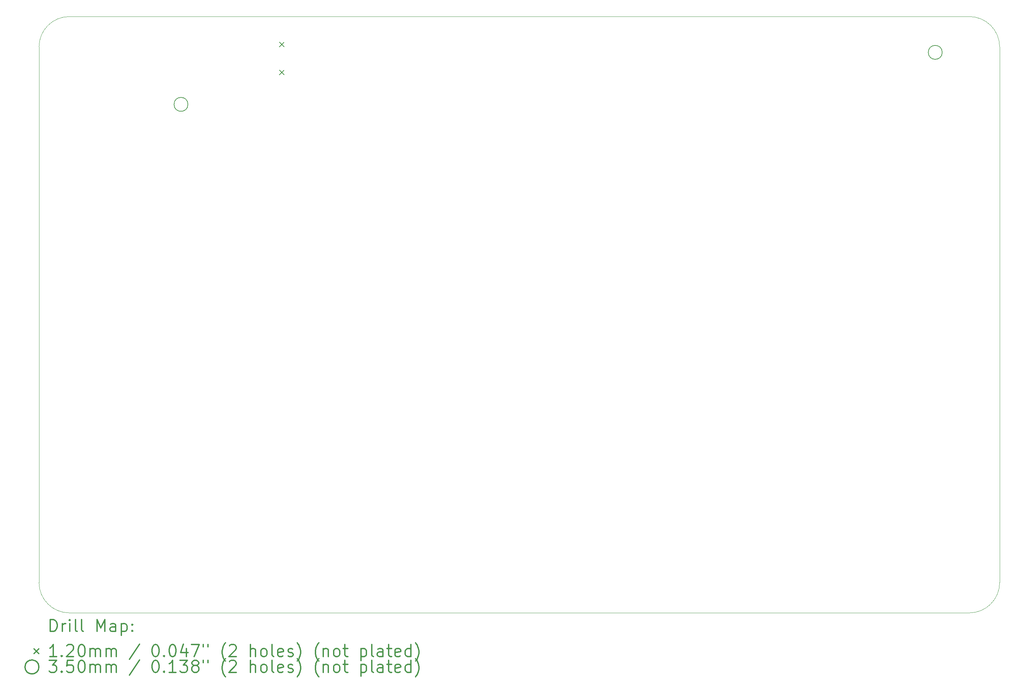
<source format=gbr>
%FSLAX45Y45*%
G04 Gerber Fmt 4.5, Leading zero omitted, Abs format (unit mm)*
G04 Created by KiCad (PCBNEW (5.1.9)-1) date 2023-05-01 09:57:06*
%MOMM*%
%LPD*%
G01*
G04 APERTURE LIST*
%TA.AperFunction,Profile*%
%ADD10C,0.050000*%
%TD*%
%ADD11C,0.200000*%
%ADD12C,0.300000*%
G04 APERTURE END LIST*
D10*
X9160500Y-20421000D02*
X9160500Y-6959000D01*
X32528500Y-21183000D02*
X9922500Y-21183000D01*
X33290500Y-6959000D02*
X33290500Y-20421000D01*
X9922500Y-6197000D02*
X32528500Y-6197000D01*
X9922500Y-21183000D02*
G75*
G02*
X9160500Y-20421000I0J762000D01*
G01*
X33290500Y-20421000D02*
G75*
G02*
X32528500Y-21183000I-762000J0D01*
G01*
X32528500Y-6197000D02*
G75*
G02*
X33290500Y-6959000I0J-762000D01*
G01*
X9160500Y-6959000D02*
G75*
G02*
X9922500Y-6197000I762000J0D01*
G01*
D11*
X15201000Y-6838000D02*
X15321000Y-6958000D01*
X15321000Y-6838000D02*
X15201000Y-6958000D01*
X15201000Y-7538000D02*
X15321000Y-7658000D01*
X15321000Y-7538000D02*
X15201000Y-7658000D01*
X12901500Y-8403500D02*
G75*
G03*
X12901500Y-8403500I-175000J0D01*
G01*
X31847500Y-7096000D02*
G75*
G03*
X31847500Y-7096000I-175000J0D01*
G01*
D12*
X9444428Y-21651214D02*
X9444428Y-21351214D01*
X9515857Y-21351214D01*
X9558714Y-21365500D01*
X9587286Y-21394072D01*
X9601571Y-21422643D01*
X9615857Y-21479786D01*
X9615857Y-21522643D01*
X9601571Y-21579786D01*
X9587286Y-21608357D01*
X9558714Y-21636929D01*
X9515857Y-21651214D01*
X9444428Y-21651214D01*
X9744428Y-21651214D02*
X9744428Y-21451214D01*
X9744428Y-21508357D02*
X9758714Y-21479786D01*
X9773000Y-21465500D01*
X9801571Y-21451214D01*
X9830143Y-21451214D01*
X9930143Y-21651214D02*
X9930143Y-21451214D01*
X9930143Y-21351214D02*
X9915857Y-21365500D01*
X9930143Y-21379786D01*
X9944428Y-21365500D01*
X9930143Y-21351214D01*
X9930143Y-21379786D01*
X10115857Y-21651214D02*
X10087286Y-21636929D01*
X10073000Y-21608357D01*
X10073000Y-21351214D01*
X10273000Y-21651214D02*
X10244428Y-21636929D01*
X10230143Y-21608357D01*
X10230143Y-21351214D01*
X10615857Y-21651214D02*
X10615857Y-21351214D01*
X10715857Y-21565500D01*
X10815857Y-21351214D01*
X10815857Y-21651214D01*
X11087286Y-21651214D02*
X11087286Y-21494072D01*
X11073000Y-21465500D01*
X11044428Y-21451214D01*
X10987286Y-21451214D01*
X10958714Y-21465500D01*
X11087286Y-21636929D02*
X11058714Y-21651214D01*
X10987286Y-21651214D01*
X10958714Y-21636929D01*
X10944428Y-21608357D01*
X10944428Y-21579786D01*
X10958714Y-21551214D01*
X10987286Y-21536929D01*
X11058714Y-21536929D01*
X11087286Y-21522643D01*
X11230143Y-21451214D02*
X11230143Y-21751214D01*
X11230143Y-21465500D02*
X11258714Y-21451214D01*
X11315857Y-21451214D01*
X11344428Y-21465500D01*
X11358714Y-21479786D01*
X11373000Y-21508357D01*
X11373000Y-21594072D01*
X11358714Y-21622643D01*
X11344428Y-21636929D01*
X11315857Y-21651214D01*
X11258714Y-21651214D01*
X11230143Y-21636929D01*
X11501571Y-21622643D02*
X11515857Y-21636929D01*
X11501571Y-21651214D01*
X11487286Y-21636929D01*
X11501571Y-21622643D01*
X11501571Y-21651214D01*
X11501571Y-21465500D02*
X11515857Y-21479786D01*
X11501571Y-21494072D01*
X11487286Y-21479786D01*
X11501571Y-21465500D01*
X11501571Y-21494072D01*
X9038000Y-22085500D02*
X9158000Y-22205500D01*
X9158000Y-22085500D02*
X9038000Y-22205500D01*
X9601571Y-22281214D02*
X9430143Y-22281214D01*
X9515857Y-22281214D02*
X9515857Y-21981214D01*
X9487286Y-22024072D01*
X9458714Y-22052643D01*
X9430143Y-22066929D01*
X9730143Y-22252643D02*
X9744428Y-22266929D01*
X9730143Y-22281214D01*
X9715857Y-22266929D01*
X9730143Y-22252643D01*
X9730143Y-22281214D01*
X9858714Y-22009786D02*
X9873000Y-21995500D01*
X9901571Y-21981214D01*
X9973000Y-21981214D01*
X10001571Y-21995500D01*
X10015857Y-22009786D01*
X10030143Y-22038357D01*
X10030143Y-22066929D01*
X10015857Y-22109786D01*
X9844428Y-22281214D01*
X10030143Y-22281214D01*
X10215857Y-21981214D02*
X10244428Y-21981214D01*
X10273000Y-21995500D01*
X10287286Y-22009786D01*
X10301571Y-22038357D01*
X10315857Y-22095500D01*
X10315857Y-22166929D01*
X10301571Y-22224072D01*
X10287286Y-22252643D01*
X10273000Y-22266929D01*
X10244428Y-22281214D01*
X10215857Y-22281214D01*
X10187286Y-22266929D01*
X10173000Y-22252643D01*
X10158714Y-22224072D01*
X10144428Y-22166929D01*
X10144428Y-22095500D01*
X10158714Y-22038357D01*
X10173000Y-22009786D01*
X10187286Y-21995500D01*
X10215857Y-21981214D01*
X10444428Y-22281214D02*
X10444428Y-22081214D01*
X10444428Y-22109786D02*
X10458714Y-22095500D01*
X10487286Y-22081214D01*
X10530143Y-22081214D01*
X10558714Y-22095500D01*
X10573000Y-22124072D01*
X10573000Y-22281214D01*
X10573000Y-22124072D02*
X10587286Y-22095500D01*
X10615857Y-22081214D01*
X10658714Y-22081214D01*
X10687286Y-22095500D01*
X10701571Y-22124072D01*
X10701571Y-22281214D01*
X10844428Y-22281214D02*
X10844428Y-22081214D01*
X10844428Y-22109786D02*
X10858714Y-22095500D01*
X10887286Y-22081214D01*
X10930143Y-22081214D01*
X10958714Y-22095500D01*
X10973000Y-22124072D01*
X10973000Y-22281214D01*
X10973000Y-22124072D02*
X10987286Y-22095500D01*
X11015857Y-22081214D01*
X11058714Y-22081214D01*
X11087286Y-22095500D01*
X11101571Y-22124072D01*
X11101571Y-22281214D01*
X11687286Y-21966929D02*
X11430143Y-22352643D01*
X12073000Y-21981214D02*
X12101571Y-21981214D01*
X12130143Y-21995500D01*
X12144428Y-22009786D01*
X12158714Y-22038357D01*
X12173000Y-22095500D01*
X12173000Y-22166929D01*
X12158714Y-22224072D01*
X12144428Y-22252643D01*
X12130143Y-22266929D01*
X12101571Y-22281214D01*
X12073000Y-22281214D01*
X12044428Y-22266929D01*
X12030143Y-22252643D01*
X12015857Y-22224072D01*
X12001571Y-22166929D01*
X12001571Y-22095500D01*
X12015857Y-22038357D01*
X12030143Y-22009786D01*
X12044428Y-21995500D01*
X12073000Y-21981214D01*
X12301571Y-22252643D02*
X12315857Y-22266929D01*
X12301571Y-22281214D01*
X12287286Y-22266929D01*
X12301571Y-22252643D01*
X12301571Y-22281214D01*
X12501571Y-21981214D02*
X12530143Y-21981214D01*
X12558714Y-21995500D01*
X12573000Y-22009786D01*
X12587286Y-22038357D01*
X12601571Y-22095500D01*
X12601571Y-22166929D01*
X12587286Y-22224072D01*
X12573000Y-22252643D01*
X12558714Y-22266929D01*
X12530143Y-22281214D01*
X12501571Y-22281214D01*
X12473000Y-22266929D01*
X12458714Y-22252643D01*
X12444428Y-22224072D01*
X12430143Y-22166929D01*
X12430143Y-22095500D01*
X12444428Y-22038357D01*
X12458714Y-22009786D01*
X12473000Y-21995500D01*
X12501571Y-21981214D01*
X12858714Y-22081214D02*
X12858714Y-22281214D01*
X12787286Y-21966929D02*
X12715857Y-22181214D01*
X12901571Y-22181214D01*
X12987286Y-21981214D02*
X13187286Y-21981214D01*
X13058714Y-22281214D01*
X13287286Y-21981214D02*
X13287286Y-22038357D01*
X13401571Y-21981214D02*
X13401571Y-22038357D01*
X13844428Y-22395500D02*
X13830143Y-22381214D01*
X13801571Y-22338357D01*
X13787286Y-22309786D01*
X13773000Y-22266929D01*
X13758714Y-22195500D01*
X13758714Y-22138357D01*
X13773000Y-22066929D01*
X13787286Y-22024072D01*
X13801571Y-21995500D01*
X13830143Y-21952643D01*
X13844428Y-21938357D01*
X13944428Y-22009786D02*
X13958714Y-21995500D01*
X13987286Y-21981214D01*
X14058714Y-21981214D01*
X14087286Y-21995500D01*
X14101571Y-22009786D01*
X14115857Y-22038357D01*
X14115857Y-22066929D01*
X14101571Y-22109786D01*
X13930143Y-22281214D01*
X14115857Y-22281214D01*
X14473000Y-22281214D02*
X14473000Y-21981214D01*
X14601571Y-22281214D02*
X14601571Y-22124072D01*
X14587286Y-22095500D01*
X14558714Y-22081214D01*
X14515857Y-22081214D01*
X14487286Y-22095500D01*
X14473000Y-22109786D01*
X14787286Y-22281214D02*
X14758714Y-22266929D01*
X14744428Y-22252643D01*
X14730143Y-22224072D01*
X14730143Y-22138357D01*
X14744428Y-22109786D01*
X14758714Y-22095500D01*
X14787286Y-22081214D01*
X14830143Y-22081214D01*
X14858714Y-22095500D01*
X14873000Y-22109786D01*
X14887286Y-22138357D01*
X14887286Y-22224072D01*
X14873000Y-22252643D01*
X14858714Y-22266929D01*
X14830143Y-22281214D01*
X14787286Y-22281214D01*
X15058714Y-22281214D02*
X15030143Y-22266929D01*
X15015857Y-22238357D01*
X15015857Y-21981214D01*
X15287286Y-22266929D02*
X15258714Y-22281214D01*
X15201571Y-22281214D01*
X15173000Y-22266929D01*
X15158714Y-22238357D01*
X15158714Y-22124072D01*
X15173000Y-22095500D01*
X15201571Y-22081214D01*
X15258714Y-22081214D01*
X15287286Y-22095500D01*
X15301571Y-22124072D01*
X15301571Y-22152643D01*
X15158714Y-22181214D01*
X15415857Y-22266929D02*
X15444428Y-22281214D01*
X15501571Y-22281214D01*
X15530143Y-22266929D01*
X15544428Y-22238357D01*
X15544428Y-22224072D01*
X15530143Y-22195500D01*
X15501571Y-22181214D01*
X15458714Y-22181214D01*
X15430143Y-22166929D01*
X15415857Y-22138357D01*
X15415857Y-22124072D01*
X15430143Y-22095500D01*
X15458714Y-22081214D01*
X15501571Y-22081214D01*
X15530143Y-22095500D01*
X15644428Y-22395500D02*
X15658714Y-22381214D01*
X15687286Y-22338357D01*
X15701571Y-22309786D01*
X15715857Y-22266929D01*
X15730143Y-22195500D01*
X15730143Y-22138357D01*
X15715857Y-22066929D01*
X15701571Y-22024072D01*
X15687286Y-21995500D01*
X15658714Y-21952643D01*
X15644428Y-21938357D01*
X16187286Y-22395500D02*
X16173000Y-22381214D01*
X16144428Y-22338357D01*
X16130143Y-22309786D01*
X16115857Y-22266929D01*
X16101571Y-22195500D01*
X16101571Y-22138357D01*
X16115857Y-22066929D01*
X16130143Y-22024072D01*
X16144428Y-21995500D01*
X16173000Y-21952643D01*
X16187286Y-21938357D01*
X16301571Y-22081214D02*
X16301571Y-22281214D01*
X16301571Y-22109786D02*
X16315857Y-22095500D01*
X16344428Y-22081214D01*
X16387286Y-22081214D01*
X16415857Y-22095500D01*
X16430143Y-22124072D01*
X16430143Y-22281214D01*
X16615857Y-22281214D02*
X16587286Y-22266929D01*
X16573000Y-22252643D01*
X16558714Y-22224072D01*
X16558714Y-22138357D01*
X16573000Y-22109786D01*
X16587286Y-22095500D01*
X16615857Y-22081214D01*
X16658714Y-22081214D01*
X16687286Y-22095500D01*
X16701571Y-22109786D01*
X16715857Y-22138357D01*
X16715857Y-22224072D01*
X16701571Y-22252643D01*
X16687286Y-22266929D01*
X16658714Y-22281214D01*
X16615857Y-22281214D01*
X16801571Y-22081214D02*
X16915857Y-22081214D01*
X16844428Y-21981214D02*
X16844428Y-22238357D01*
X16858714Y-22266929D01*
X16887286Y-22281214D01*
X16915857Y-22281214D01*
X17244428Y-22081214D02*
X17244428Y-22381214D01*
X17244428Y-22095500D02*
X17273000Y-22081214D01*
X17330143Y-22081214D01*
X17358714Y-22095500D01*
X17373000Y-22109786D01*
X17387286Y-22138357D01*
X17387286Y-22224072D01*
X17373000Y-22252643D01*
X17358714Y-22266929D01*
X17330143Y-22281214D01*
X17273000Y-22281214D01*
X17244428Y-22266929D01*
X17558714Y-22281214D02*
X17530143Y-22266929D01*
X17515857Y-22238357D01*
X17515857Y-21981214D01*
X17801571Y-22281214D02*
X17801571Y-22124072D01*
X17787286Y-22095500D01*
X17758714Y-22081214D01*
X17701571Y-22081214D01*
X17673000Y-22095500D01*
X17801571Y-22266929D02*
X17773000Y-22281214D01*
X17701571Y-22281214D01*
X17673000Y-22266929D01*
X17658714Y-22238357D01*
X17658714Y-22209786D01*
X17673000Y-22181214D01*
X17701571Y-22166929D01*
X17773000Y-22166929D01*
X17801571Y-22152643D01*
X17901571Y-22081214D02*
X18015857Y-22081214D01*
X17944428Y-21981214D02*
X17944428Y-22238357D01*
X17958714Y-22266929D01*
X17987286Y-22281214D01*
X18015857Y-22281214D01*
X18230143Y-22266929D02*
X18201571Y-22281214D01*
X18144428Y-22281214D01*
X18115857Y-22266929D01*
X18101571Y-22238357D01*
X18101571Y-22124072D01*
X18115857Y-22095500D01*
X18144428Y-22081214D01*
X18201571Y-22081214D01*
X18230143Y-22095500D01*
X18244428Y-22124072D01*
X18244428Y-22152643D01*
X18101571Y-22181214D01*
X18501571Y-22281214D02*
X18501571Y-21981214D01*
X18501571Y-22266929D02*
X18473000Y-22281214D01*
X18415857Y-22281214D01*
X18387286Y-22266929D01*
X18373000Y-22252643D01*
X18358714Y-22224072D01*
X18358714Y-22138357D01*
X18373000Y-22109786D01*
X18387286Y-22095500D01*
X18415857Y-22081214D01*
X18473000Y-22081214D01*
X18501571Y-22095500D01*
X18615857Y-22395500D02*
X18630143Y-22381214D01*
X18658714Y-22338357D01*
X18673000Y-22309786D01*
X18687286Y-22266929D01*
X18701571Y-22195500D01*
X18701571Y-22138357D01*
X18687286Y-22066929D01*
X18673000Y-22024072D01*
X18658714Y-21995500D01*
X18630143Y-21952643D01*
X18615857Y-21938357D01*
X9158000Y-22541500D02*
G75*
G03*
X9158000Y-22541500I-175000J0D01*
G01*
X9415857Y-22377214D02*
X9601571Y-22377214D01*
X9501571Y-22491500D01*
X9544428Y-22491500D01*
X9573000Y-22505786D01*
X9587286Y-22520071D01*
X9601571Y-22548643D01*
X9601571Y-22620071D01*
X9587286Y-22648643D01*
X9573000Y-22662929D01*
X9544428Y-22677214D01*
X9458714Y-22677214D01*
X9430143Y-22662929D01*
X9415857Y-22648643D01*
X9730143Y-22648643D02*
X9744428Y-22662929D01*
X9730143Y-22677214D01*
X9715857Y-22662929D01*
X9730143Y-22648643D01*
X9730143Y-22677214D01*
X10015857Y-22377214D02*
X9873000Y-22377214D01*
X9858714Y-22520071D01*
X9873000Y-22505786D01*
X9901571Y-22491500D01*
X9973000Y-22491500D01*
X10001571Y-22505786D01*
X10015857Y-22520071D01*
X10030143Y-22548643D01*
X10030143Y-22620071D01*
X10015857Y-22648643D01*
X10001571Y-22662929D01*
X9973000Y-22677214D01*
X9901571Y-22677214D01*
X9873000Y-22662929D01*
X9858714Y-22648643D01*
X10215857Y-22377214D02*
X10244428Y-22377214D01*
X10273000Y-22391500D01*
X10287286Y-22405786D01*
X10301571Y-22434357D01*
X10315857Y-22491500D01*
X10315857Y-22562929D01*
X10301571Y-22620071D01*
X10287286Y-22648643D01*
X10273000Y-22662929D01*
X10244428Y-22677214D01*
X10215857Y-22677214D01*
X10187286Y-22662929D01*
X10173000Y-22648643D01*
X10158714Y-22620071D01*
X10144428Y-22562929D01*
X10144428Y-22491500D01*
X10158714Y-22434357D01*
X10173000Y-22405786D01*
X10187286Y-22391500D01*
X10215857Y-22377214D01*
X10444428Y-22677214D02*
X10444428Y-22477214D01*
X10444428Y-22505786D02*
X10458714Y-22491500D01*
X10487286Y-22477214D01*
X10530143Y-22477214D01*
X10558714Y-22491500D01*
X10573000Y-22520071D01*
X10573000Y-22677214D01*
X10573000Y-22520071D02*
X10587286Y-22491500D01*
X10615857Y-22477214D01*
X10658714Y-22477214D01*
X10687286Y-22491500D01*
X10701571Y-22520071D01*
X10701571Y-22677214D01*
X10844428Y-22677214D02*
X10844428Y-22477214D01*
X10844428Y-22505786D02*
X10858714Y-22491500D01*
X10887286Y-22477214D01*
X10930143Y-22477214D01*
X10958714Y-22491500D01*
X10973000Y-22520071D01*
X10973000Y-22677214D01*
X10973000Y-22520071D02*
X10987286Y-22491500D01*
X11015857Y-22477214D01*
X11058714Y-22477214D01*
X11087286Y-22491500D01*
X11101571Y-22520071D01*
X11101571Y-22677214D01*
X11687286Y-22362929D02*
X11430143Y-22748643D01*
X12073000Y-22377214D02*
X12101571Y-22377214D01*
X12130143Y-22391500D01*
X12144428Y-22405786D01*
X12158714Y-22434357D01*
X12173000Y-22491500D01*
X12173000Y-22562929D01*
X12158714Y-22620071D01*
X12144428Y-22648643D01*
X12130143Y-22662929D01*
X12101571Y-22677214D01*
X12073000Y-22677214D01*
X12044428Y-22662929D01*
X12030143Y-22648643D01*
X12015857Y-22620071D01*
X12001571Y-22562929D01*
X12001571Y-22491500D01*
X12015857Y-22434357D01*
X12030143Y-22405786D01*
X12044428Y-22391500D01*
X12073000Y-22377214D01*
X12301571Y-22648643D02*
X12315857Y-22662929D01*
X12301571Y-22677214D01*
X12287286Y-22662929D01*
X12301571Y-22648643D01*
X12301571Y-22677214D01*
X12601571Y-22677214D02*
X12430143Y-22677214D01*
X12515857Y-22677214D02*
X12515857Y-22377214D01*
X12487286Y-22420071D01*
X12458714Y-22448643D01*
X12430143Y-22462929D01*
X12701571Y-22377214D02*
X12887286Y-22377214D01*
X12787286Y-22491500D01*
X12830143Y-22491500D01*
X12858714Y-22505786D01*
X12873000Y-22520071D01*
X12887286Y-22548643D01*
X12887286Y-22620071D01*
X12873000Y-22648643D01*
X12858714Y-22662929D01*
X12830143Y-22677214D01*
X12744428Y-22677214D01*
X12715857Y-22662929D01*
X12701571Y-22648643D01*
X13058714Y-22505786D02*
X13030143Y-22491500D01*
X13015857Y-22477214D01*
X13001571Y-22448643D01*
X13001571Y-22434357D01*
X13015857Y-22405786D01*
X13030143Y-22391500D01*
X13058714Y-22377214D01*
X13115857Y-22377214D01*
X13144428Y-22391500D01*
X13158714Y-22405786D01*
X13173000Y-22434357D01*
X13173000Y-22448643D01*
X13158714Y-22477214D01*
X13144428Y-22491500D01*
X13115857Y-22505786D01*
X13058714Y-22505786D01*
X13030143Y-22520071D01*
X13015857Y-22534357D01*
X13001571Y-22562929D01*
X13001571Y-22620071D01*
X13015857Y-22648643D01*
X13030143Y-22662929D01*
X13058714Y-22677214D01*
X13115857Y-22677214D01*
X13144428Y-22662929D01*
X13158714Y-22648643D01*
X13173000Y-22620071D01*
X13173000Y-22562929D01*
X13158714Y-22534357D01*
X13144428Y-22520071D01*
X13115857Y-22505786D01*
X13287286Y-22377214D02*
X13287286Y-22434357D01*
X13401571Y-22377214D02*
X13401571Y-22434357D01*
X13844428Y-22791500D02*
X13830143Y-22777214D01*
X13801571Y-22734357D01*
X13787286Y-22705786D01*
X13773000Y-22662929D01*
X13758714Y-22591500D01*
X13758714Y-22534357D01*
X13773000Y-22462929D01*
X13787286Y-22420071D01*
X13801571Y-22391500D01*
X13830143Y-22348643D01*
X13844428Y-22334357D01*
X13944428Y-22405786D02*
X13958714Y-22391500D01*
X13987286Y-22377214D01*
X14058714Y-22377214D01*
X14087286Y-22391500D01*
X14101571Y-22405786D01*
X14115857Y-22434357D01*
X14115857Y-22462929D01*
X14101571Y-22505786D01*
X13930143Y-22677214D01*
X14115857Y-22677214D01*
X14473000Y-22677214D02*
X14473000Y-22377214D01*
X14601571Y-22677214D02*
X14601571Y-22520071D01*
X14587286Y-22491500D01*
X14558714Y-22477214D01*
X14515857Y-22477214D01*
X14487286Y-22491500D01*
X14473000Y-22505786D01*
X14787286Y-22677214D02*
X14758714Y-22662929D01*
X14744428Y-22648643D01*
X14730143Y-22620071D01*
X14730143Y-22534357D01*
X14744428Y-22505786D01*
X14758714Y-22491500D01*
X14787286Y-22477214D01*
X14830143Y-22477214D01*
X14858714Y-22491500D01*
X14873000Y-22505786D01*
X14887286Y-22534357D01*
X14887286Y-22620071D01*
X14873000Y-22648643D01*
X14858714Y-22662929D01*
X14830143Y-22677214D01*
X14787286Y-22677214D01*
X15058714Y-22677214D02*
X15030143Y-22662929D01*
X15015857Y-22634357D01*
X15015857Y-22377214D01*
X15287286Y-22662929D02*
X15258714Y-22677214D01*
X15201571Y-22677214D01*
X15173000Y-22662929D01*
X15158714Y-22634357D01*
X15158714Y-22520071D01*
X15173000Y-22491500D01*
X15201571Y-22477214D01*
X15258714Y-22477214D01*
X15287286Y-22491500D01*
X15301571Y-22520071D01*
X15301571Y-22548643D01*
X15158714Y-22577214D01*
X15415857Y-22662929D02*
X15444428Y-22677214D01*
X15501571Y-22677214D01*
X15530143Y-22662929D01*
X15544428Y-22634357D01*
X15544428Y-22620071D01*
X15530143Y-22591500D01*
X15501571Y-22577214D01*
X15458714Y-22577214D01*
X15430143Y-22562929D01*
X15415857Y-22534357D01*
X15415857Y-22520071D01*
X15430143Y-22491500D01*
X15458714Y-22477214D01*
X15501571Y-22477214D01*
X15530143Y-22491500D01*
X15644428Y-22791500D02*
X15658714Y-22777214D01*
X15687286Y-22734357D01*
X15701571Y-22705786D01*
X15715857Y-22662929D01*
X15730143Y-22591500D01*
X15730143Y-22534357D01*
X15715857Y-22462929D01*
X15701571Y-22420071D01*
X15687286Y-22391500D01*
X15658714Y-22348643D01*
X15644428Y-22334357D01*
X16187286Y-22791500D02*
X16173000Y-22777214D01*
X16144428Y-22734357D01*
X16130143Y-22705786D01*
X16115857Y-22662929D01*
X16101571Y-22591500D01*
X16101571Y-22534357D01*
X16115857Y-22462929D01*
X16130143Y-22420071D01*
X16144428Y-22391500D01*
X16173000Y-22348643D01*
X16187286Y-22334357D01*
X16301571Y-22477214D02*
X16301571Y-22677214D01*
X16301571Y-22505786D02*
X16315857Y-22491500D01*
X16344428Y-22477214D01*
X16387286Y-22477214D01*
X16415857Y-22491500D01*
X16430143Y-22520071D01*
X16430143Y-22677214D01*
X16615857Y-22677214D02*
X16587286Y-22662929D01*
X16573000Y-22648643D01*
X16558714Y-22620071D01*
X16558714Y-22534357D01*
X16573000Y-22505786D01*
X16587286Y-22491500D01*
X16615857Y-22477214D01*
X16658714Y-22477214D01*
X16687286Y-22491500D01*
X16701571Y-22505786D01*
X16715857Y-22534357D01*
X16715857Y-22620071D01*
X16701571Y-22648643D01*
X16687286Y-22662929D01*
X16658714Y-22677214D01*
X16615857Y-22677214D01*
X16801571Y-22477214D02*
X16915857Y-22477214D01*
X16844428Y-22377214D02*
X16844428Y-22634357D01*
X16858714Y-22662929D01*
X16887286Y-22677214D01*
X16915857Y-22677214D01*
X17244428Y-22477214D02*
X17244428Y-22777214D01*
X17244428Y-22491500D02*
X17273000Y-22477214D01*
X17330143Y-22477214D01*
X17358714Y-22491500D01*
X17373000Y-22505786D01*
X17387286Y-22534357D01*
X17387286Y-22620071D01*
X17373000Y-22648643D01*
X17358714Y-22662929D01*
X17330143Y-22677214D01*
X17273000Y-22677214D01*
X17244428Y-22662929D01*
X17558714Y-22677214D02*
X17530143Y-22662929D01*
X17515857Y-22634357D01*
X17515857Y-22377214D01*
X17801571Y-22677214D02*
X17801571Y-22520071D01*
X17787286Y-22491500D01*
X17758714Y-22477214D01*
X17701571Y-22477214D01*
X17673000Y-22491500D01*
X17801571Y-22662929D02*
X17773000Y-22677214D01*
X17701571Y-22677214D01*
X17673000Y-22662929D01*
X17658714Y-22634357D01*
X17658714Y-22605786D01*
X17673000Y-22577214D01*
X17701571Y-22562929D01*
X17773000Y-22562929D01*
X17801571Y-22548643D01*
X17901571Y-22477214D02*
X18015857Y-22477214D01*
X17944428Y-22377214D02*
X17944428Y-22634357D01*
X17958714Y-22662929D01*
X17987286Y-22677214D01*
X18015857Y-22677214D01*
X18230143Y-22662929D02*
X18201571Y-22677214D01*
X18144428Y-22677214D01*
X18115857Y-22662929D01*
X18101571Y-22634357D01*
X18101571Y-22520071D01*
X18115857Y-22491500D01*
X18144428Y-22477214D01*
X18201571Y-22477214D01*
X18230143Y-22491500D01*
X18244428Y-22520071D01*
X18244428Y-22548643D01*
X18101571Y-22577214D01*
X18501571Y-22677214D02*
X18501571Y-22377214D01*
X18501571Y-22662929D02*
X18473000Y-22677214D01*
X18415857Y-22677214D01*
X18387286Y-22662929D01*
X18373000Y-22648643D01*
X18358714Y-22620071D01*
X18358714Y-22534357D01*
X18373000Y-22505786D01*
X18387286Y-22491500D01*
X18415857Y-22477214D01*
X18473000Y-22477214D01*
X18501571Y-22491500D01*
X18615857Y-22791500D02*
X18630143Y-22777214D01*
X18658714Y-22734357D01*
X18673000Y-22705786D01*
X18687286Y-22662929D01*
X18701571Y-22591500D01*
X18701571Y-22534357D01*
X18687286Y-22462929D01*
X18673000Y-22420071D01*
X18658714Y-22391500D01*
X18630143Y-22348643D01*
X18615857Y-22334357D01*
M02*

</source>
